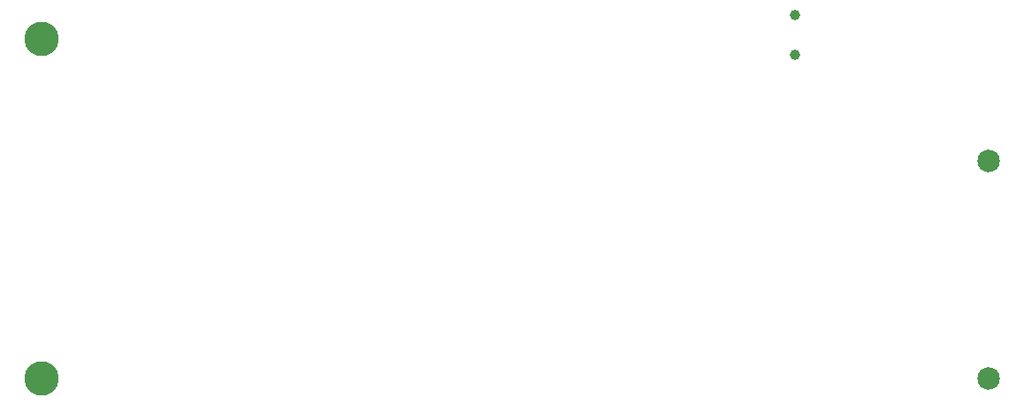
<source format=gbr>
%TF.GenerationSoftware,Altium Limited,Altium Designer,18.1.9 (240)*%
G04 Layer_Color=0*
%FSLAX26Y26*%
%MOIN*%
%TF.FileFunction,NonPlated,1,2,NPTH,Drill*%
%TF.Part,Single*%
G01*
G75*
%TA.AperFunction,ComponentDrill*%
%ADD95C,0.085039*%
%ADD96C,0.129921*%
%ADD97C,0.039370*%
D95*
X6661417Y5635039D02*
D03*
Y4814961D02*
D03*
D96*
X3090551Y4814961D02*
D03*
Y6094488D02*
D03*
D97*
X5929133Y6185236D02*
D03*
Y6035236D02*
D03*
%TF.MD5,808846d066ccef889b8c409dc2f563bd*%
M02*

</source>
